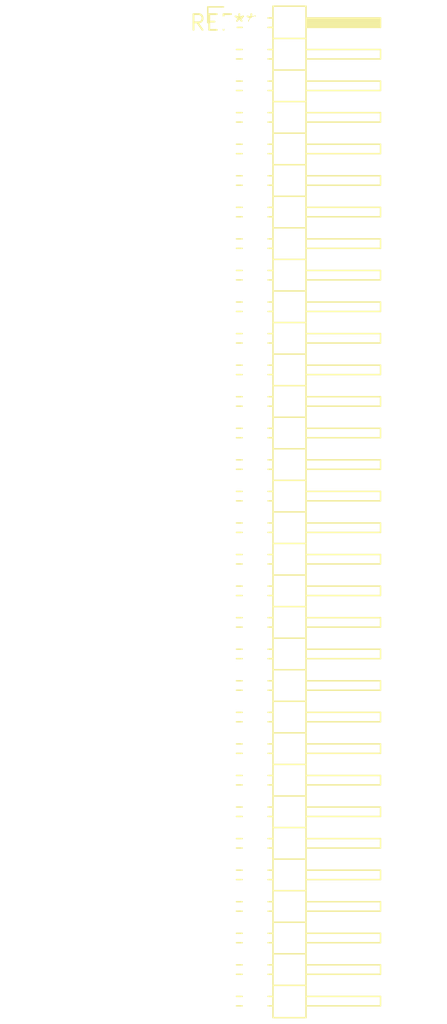
<source format=kicad_pcb>
(kicad_pcb (version 20240108) (generator pcbnew)
  (layers (0 "F.Cu" signal) (31 "B.Cu" signal) (34 "B.Paste" user) (35 "F.Paste" user) (36 "B.SilkS" user "B.Silkscreen") (37 "F.SilkS" user "F.Silkscreen") (38 "B.Mask" user) (39 "F.Mask" user) (44 "Edge.Cuts" user))
  (net 0 "")
  (footprint "PinHeader_2x32_P2.54mm_Horizontal" (layer "F.Cu") (at 0 0)
    (property "Reference" "REF**")
    (property "Value" "PinHeader_2x32_P2.54mm_Horizontal")
    (fp_line (start -1.27 -1.27) (end 0 -1.27) (layer "F.SilkS") (stroke (width 0.12)))
    (fp_line (start -1.27 0) (end -1.27 -1.27) (layer "F.SilkS") (stroke (width 0.12)))
    (fp_line (start 1.042929 2.16) (end 1.497071 2.16) (layer "F.SilkS") (stroke (width 0.12)))
    (fp_line (start 1.042929 2.92) (end 1.497071 2.92) (layer "F.SilkS") (stroke (width 0.12)))
    (fp_line (start 1.042929 4.7) (end 1.497071 4.7) (layer "F.SilkS") (stroke (width 0.12)))
    (fp_line (start 1.042929 5.46) (end 1.497071 5.46) (layer "F.SilkS") (stroke (width 0.12)))
    (fp_line (start 1.042929 7.24) (end 1.497071 7.24) (layer "F.SilkS") (stroke (width 0.12)))
    (fp_line (start 1.042929 8) (end 1.497071 8) (layer "F.SilkS") (stroke (width 0.12)))
    (fp_line (start 1.042929 9.78) (end 1.497071 9.78) (layer "F.SilkS") (stroke (width 0.12)))
    (fp_line (start 1.042929 10.54) (end 1.497071 10.54) (layer "F.SilkS") (stroke (width 0.12)))
    (fp_line (start 1.042929 12.32) (end 1.497071 12.32) (layer "F.SilkS") (stroke (width 0.12)))
    (fp_line (start 1.042929 13.08) (end 1.497071 13.08) (layer "F.SilkS") (stroke (width 0.12)))
    (fp_line (start 1.042929 14.86) (end 1.497071 14.86) (layer "F.SilkS") (stroke (width 0.12)))
    (fp_line (start 1.042929 15.62) (end 1.497071 15.62) (layer "F.SilkS") (stroke (width 0.12)))
    (fp_line (start 1.042929 17.4) (end 1.497071 17.4) (layer "F.SilkS") (stroke (width 0.12)))
    (fp_line (start 1.042929 18.16) (end 1.497071 18.16) (layer "F.SilkS") (stroke (width 0.12)))
    (fp_line (start 1.042929 19.94) (end 1.497071 19.94) (layer "F.SilkS") (stroke (width 0.12)))
    (fp_line (start 1.042929 20.7) (end 1.497071 20.7) (layer "F.SilkS") (stroke (width 0.12)))
    (fp_line (start 1.042929 22.48) (end 1.497071 22.48) (layer "F.SilkS") (stroke (width 0.12)))
    (fp_line (start 1.042929 23.24) (end 1.497071 23.24) (layer "F.SilkS") (stroke (width 0.12)))
    (fp_line (start 1.042929 25.02) (end 1.497071 25.02) (layer "F.SilkS") (stroke (width 0.12)))
    (fp_line (start 1.042929 25.78) (end 1.497071 25.78) (layer "F.SilkS") (stroke (width 0.12)))
    (fp_line (start 1.042929 27.56) (end 1.497071 27.56) (layer "F.SilkS") (stroke (width 0.12)))
    (fp_line (start 1.042929 28.32) (end 1.497071 28.32) (layer "F.SilkS") (stroke (width 0.12)))
    (fp_line (start 1.042929 30.1) (end 1.497071 30.1) (layer "F.SilkS") (stroke (width 0.12)))
    (fp_line (start 1.042929 30.86) (end 1.497071 30.86) (layer "F.SilkS") (stroke (width 0.12)))
    (fp_line (start 1.042929 32.64) (end 1.497071 32.64) (layer "F.SilkS") (stroke (width 0.12)))
    (fp_line (start 1.042929 33.4) (end 1.497071 33.4) (layer "F.SilkS") (stroke (width 0.12)))
    (fp_line (start 1.042929 35.18) (end 1.497071 35.18) (layer "F.SilkS") (stroke (width 0.12)))
    (fp_line (start 1.042929 35.94) (end 1.497071 35.94) (layer "F.SilkS") (stroke (width 0.12)))
    (fp_line (start 1.042929 37.72) (end 1.497071 37.72) (layer "F.SilkS") (stroke (width 0.12)))
    (fp_line (start 1.042929 38.48) (end 1.497071 38.48) (layer "F.SilkS") (stroke (width 0.12)))
    (fp_line (start 1.042929 40.26) (end 1.497071 40.26) (layer "F.SilkS") (stroke (width 0.12)))
    (fp_line (start 1.042929 41.02) (end 1.497071 41.02) (layer "F.SilkS") (stroke (width 0.12)))
    (fp_line (start 1.042929 42.8) (end 1.497071 42.8) (layer "F.SilkS") (stroke (width 0.12)))
    (fp_line (start 1.042929 43.56) (end 1.497071 43.56) (layer "F.SilkS") (stroke (width 0.12)))
    (fp_line (start 1.042929 45.34) (end 1.497071 45.34) (layer "F.SilkS") (stroke (width 0.12)))
    (fp_line (start 1.042929 46.1) (end 1.497071 46.1) (layer "F.SilkS") (stroke (width 0.12)))
    (fp_line (start 1.042929 47.88) (end 1.497071 47.88) (layer "F.SilkS") (stroke (width 0.12)))
    (fp_line (start 1.042929 48.64) (end 1.497071 48.64) (layer "F.SilkS") (stroke (width 0.12)))
    (fp_line (start 1.042929 50.42) (end 1.497071 50.42) (layer "F.SilkS") (stroke (width 0.12)))
    (fp_line (start 1.042929 51.18) (end 1.497071 51.18) (layer "F.SilkS") (stroke (width 0.12)))
    (fp_line (start 1.042929 52.96) (end 1.497071 52.96) (layer "F.SilkS") (stroke (width 0.12)))
    (fp_line (start 1.042929 53.72) (end 1.497071 53.72) (layer "F.SilkS") (stroke (width 0.12)))
    (fp_line (start 1.042929 55.5) (end 1.497071 55.5) (layer "F.SilkS") (stroke (width 0.12)))
    (fp_line (start 1.042929 56.26) (end 1.497071 56.26) (layer "F.SilkS") (stroke (width 0.12)))
    (fp_line (start 1.042929 58.04) (end 1.497071 58.04) (layer "F.SilkS") (stroke (width 0.12)))
    (fp_line (start 1.042929 58.8) (end 1.497071 58.8) (layer "F.SilkS") (stroke (width 0.12)))
    (fp_line (start 1.042929 60.58) (end 1.497071 60.58) (layer "F.SilkS") (stroke (width 0.12)))
    (fp_line (start 1.042929 61.34) (end 1.497071 61.34) (layer "F.SilkS") (stroke (width 0.12)))
    (fp_line (start 1.042929 63.12) (end 1.497071 63.12) (layer "F.SilkS") (stroke (width 0.12)))
    (fp_line (start 1.042929 63.88) (end 1.497071 63.88) (layer "F.SilkS") (stroke (width 0.12)))
    (fp_line (start 1.042929 65.66) (end 1.497071 65.66) (layer "F.SilkS") (stroke (width 0.12)))
    (fp_line (start 1.042929 66.42) (end 1.497071 66.42) (layer "F.SilkS") (stroke (width 0.12)))
    (fp_line (start 1.042929 68.2) (end 1.497071 68.2) (layer "F.SilkS") (stroke (width 0.12)))
    (fp_line (start 1.042929 68.96) (end 1.497071 68.96) (layer "F.SilkS") (stroke (width 0.12)))
    (fp_line (start 1.042929 70.74) (end 1.497071 70.74) (layer "F.SilkS") (stroke (width 0.12)))
    (fp_line (start 1.042929 71.5) (end 1.497071 71.5) (layer "F.SilkS") (stroke (width 0.12)))
    (fp_line (start 1.042929 73.28) (end 1.497071 73.28) (layer "F.SilkS") (stroke (width 0.12)))
    (fp_line (start 1.042929 74.04) (end 1.497071 74.04) (layer "F.SilkS") (stroke (width 0.12)))
    (fp_line (start 1.042929 75.82) (end 1.497071 75.82) (layer "F.SilkS") (stroke (width 0.12)))
    (fp_line (start 1.042929 76.58) (end 1.497071 76.58) (layer "F.SilkS") (stroke (width 0.12)))
    (fp_line (start 1.042929 78.36) (end 1.497071 78.36) (layer "F.SilkS") (stroke (width 0.12)))
    (fp_line (start 1.042929 79.12) (end 1.497071 79.12) (layer "F.SilkS") (stroke (width 0.12)))
    (fp_line (start 1.11 -0.38) (end 1.497071 -0.38) (layer "F.SilkS") (stroke (width 0.12)))
    (fp_line (start 1.11 0.38) (end 1.497071 0.38) (layer "F.SilkS") (stroke (width 0.12)))
    (fp_line (start 3.582929 -0.38) (end 3.98 -0.38) (layer "F.SilkS") (stroke (width 0.12)))
    (fp_line (start 3.582929 0.38) (end 3.98 0.38) (layer "F.SilkS") (stroke (width 0.12)))
    (fp_line (start 3.582929 2.16) (end 3.98 2.16) (layer "F.SilkS") (stroke (width 0.12)))
    (fp_line (start 3.582929 2.92) (end 3.98 2.92) (layer "F.SilkS") (stroke (width 0.12)))
    (fp_line (start 3.582929 4.7) (end 3.98 4.7) (layer "F.SilkS") (stroke (width 0.12)))
    (fp_line (start 3.582929 5.46) (end 3.98 5.46) (layer "F.SilkS") (stroke (width 0.12)))
    (fp_line (start 3.582929 7.24) (end 3.98 7.24) (layer "F.SilkS") (stroke (width 0.12)))
    (fp_line (start 3.582929 8) (end 3.98 8) (layer "F.SilkS") (stroke (width 0.12)))
    (fp_line (start 3.582929 9.78) (end 3.98 9.78) (layer "F.SilkS") (stroke (width 0.12)))
    (fp_line (start 3.582929 10.54) (end 3.98 10.54) (layer "F.SilkS") (stroke (width 0.12)))
    (fp_line (start 3.582929 12.32) (end 3.98 12.32) (layer "F.SilkS") (stroke (width 0.12)))
    (fp_line (start 3.582929 13.08) (end 3.98 13.08) (layer "F.SilkS") (stroke (width 0.12)))
    (fp_line (start 3.582929 14.86) (end 3.98 14.86) (layer "F.SilkS") (stroke (width 0.12)))
    (fp_line (start 3.582929 15.62) (end 3.98 15.62) (layer "F.SilkS") (stroke (width 0.12)))
    (fp_line (start 3.582929 17.4) (end 3.98 17.4) (layer "F.SilkS") (stroke (width 0.12)))
    (fp_line (start 3.582929 18.16) (end 3.98 18.16) (layer "F.SilkS") (stroke (width 0.12)))
    (fp_line (start 3.582929 19.94) (end 3.98 19.94) (layer "F.SilkS") (stroke (width 0.12)))
    (fp_line (start 3.582929 20.7) (end 3.98 20.7) (layer "F.SilkS") (stroke (width 0.12)))
    (fp_line (start 3.582929 22.48) (end 3.98 22.48) (layer "F.SilkS") (stroke (width 0.12)))
    (fp_line (start 3.582929 23.24) (end 3.98 23.24) (layer "F.SilkS") (stroke (width 0.12)))
    (fp_line (start 3.582929 25.02) (end 3.98 25.02) (layer "F.SilkS") (stroke (width 0.12)))
    (fp_line (start 3.582929 25.78) (end 3.98 25.78) (layer "F.SilkS") (stroke (width 0.12)))
    (fp_line (start 3.582929 27.56) (end 3.98 27.56) (layer "F.SilkS") (stroke (width 0.12)))
    (fp_line (start 3.582929 28.32) (end 3.98 28.32) (layer "F.SilkS") (stroke (width 0.12)))
    (fp_line (start 3.582929 30.1) (end 3.98 30.1) (layer "F.SilkS") (stroke (width 0.12)))
    (fp_line (start 3.582929 30.86) (end 3.98 30.86) (layer "F.SilkS") (stroke (width 0.12)))
    (fp_line (start 3.582929 32.64) (end 3.98 32.64) (layer "F.SilkS") (stroke (width 0.12)))
    (fp_line (start 3.582929 33.4) (end 3.98 33.4) (layer "F.SilkS") (stroke (width 0.12)))
    (fp_line (start 3.582929 35.18) (end 3.98 35.18) (layer "F.SilkS") (stroke (width 0.12)))
    (fp_line (start 3.582929 35.94) (end 3.98 35.94) (layer "F.SilkS") (stroke (width 0.12)))
    (fp_line (start 3.582929 37.72) (end 3.98 37.72) (layer "F.SilkS") (stroke (width 0.12)))
    (fp_line (start 3.582929 38.48) (end 3.98 38.48) (layer "F.SilkS") (stroke (width 0.12)))
    (fp_line (start 3.582929 40.26) (end 3.98 40.26) (layer "F.SilkS") (stroke (width 0.12)))
    (fp_line (start 3.582929 41.02) (end 3.98 41.02) (layer "F.SilkS") (stroke (width 0.12)))
    (fp_line (start 3.582929 42.8) (end 3.98 42.8) (layer "F.SilkS") (stroke (width 0.12)))
    (fp_line (start 3.582929 43.56) (end 3.98 43.56) (layer "F.SilkS") (stroke (width 0.12)))
    (fp_line (start 3.582929 45.34) (end 3.98 45.34) (layer "F.SilkS") (stroke (width 0.12)))
    (fp_line (start 3.582929 46.1) (end 3.98 46.1) (layer "F.SilkS") (stroke (width 0.12)))
    (fp_line (start 3.582929 47.88) (end 3.98 47.88) (layer "F.SilkS") (stroke (width 0.12)))
    (fp_line (start 3.582929 48.64) (end 3.98 48.64) (layer "F.SilkS") (stroke (width 0.12)))
    (fp_line (start 3.582929 50.42) (end 3.98 50.42) (layer "F.SilkS") (stroke (width 0.12)))
    (fp_line (start 3.582929 51.18) (end 3.98 51.18) (layer "F.SilkS") (stroke (width 0.12)))
    (fp_line (start 3.582929 52.96) (end 3.98 52.96) (layer "F.SilkS") (stroke (width 0.12)))
    (fp_line (start 3.582929 53.72) (end 3.98 53.72) (layer "F.SilkS") (stroke (width 0.12)))
    (fp_line (start 3.582929 55.5) (end 3.98 55.5) (layer "F.SilkS") (stroke (width 0.12)))
    (fp_line (start 3.582929 56.26) (end 3.98 56.26) (layer "F.SilkS") (stroke (width 0.12)))
    (fp_line (start 3.582929 58.04) (end 3.98 58.04) (layer "F.SilkS") (stroke (width 0.12)))
    (fp_line (start 3.582929 58.8) (end 3.98 58.8) (layer "F.SilkS") (stroke (width 0.12)))
    (fp_line (start 3.582929 60.58) (end 3.98 60.58) (layer "F.SilkS") (stroke (width 0.12)))
    (fp_line (start 3.582929 61.34) (end 3.98 61.34) (layer "F.SilkS") (stroke (width 0.12)))
    (fp_line (start 3.582929 63.12) (end 3.98 63.12) (layer "F.SilkS") (stroke (width 0.12)))
    (fp_line (start 3.582929 63.88) (end 3.98 63.88) (layer "F.SilkS") (stroke (width 0.12)))
    (fp_line (start 3.582929 65.66) (end 3.98 65.66) (layer "F.SilkS") (stroke (width 0.12)))
    (fp_line (start 3.582929 66.42) (end 3.98 66.42) (layer "F.SilkS") (stroke (width 0.12)))
    (fp_line (start 3.582929 68.2) (end 3.98 68.2) (layer "F.SilkS") (stroke (width 0.12)))
    (fp_line (start 3.582929 68.96) (end 3.98 68.96) (layer "F.SilkS") (stroke (width 0.12)))
    (fp_line (start 3.582929 70.74) (end 3.98 70.74) (layer "F.SilkS") (stroke (width 0.12)))
    (fp_line (start 3.582929 71.5) (end 3.98 71.5) (layer "F.SilkS") (stroke (width 0.12)))
    (fp_line (start 3.582929 73.28) (end 3.98 73.28) (layer "F.SilkS") (stroke (width 0.12)))
    (fp_line (start 3.582929 74.04) (end 3.98 74.04) (layer "F.SilkS") (stroke (width 0.12)))
    (fp_line (start 3.582929 75.82) (end 3.98 75.82) (layer "F.SilkS") (stroke (width 0.12)))
    (fp_line (start 3.582929 76.58) (end 3.98 76.58) (layer "F.SilkS") (stroke (width 0.12)))
    (fp_line (start 3.582929 78.36) (end 3.98 78.36) (layer "F.SilkS") (stroke (width 0.12)))
    (fp_line (start 3.582929 79.12) (end 3.98 79.12) (layer "F.SilkS") (stroke (width 0.12)))
    (fp_line (start 3.98 -1.33) (end 3.98 80.07) (layer "F.SilkS") (stroke (width 0.12)))
    (fp_line (start 3.98 1.27) (end 6.64 1.27) (layer "F.SilkS") (stroke (width 0.12)))
    (fp_line (start 3.98 3.81) (end 6.64 3.81) (layer "F.SilkS") (stroke (width 0.12)))
    (fp_line (start 3.98 6.35) (end 6.64 6.35) (layer "F.SilkS") (stroke (width 0.12)))
    (fp_line (start 3.98 8.89) (end 6.64 8.89) (layer "F.SilkS") (stroke (width 0.12)))
    (fp_line (start 3.98 11.43) (end 6.64 11.43) (layer "F.SilkS") (stroke (width 0.12)))
    (fp_line (start 3.98 13.97) (end 6.64 13.97) (layer "F.SilkS") (stroke (width 0.12)))
    (fp_line (start 3.98 16.51) (end 6.64 16.51) (layer "F.SilkS") (stroke (width 0.12)))
    (fp_line (start 3.98 19.05) (end 6.64 19.05) (layer "F.SilkS") (stroke (width 0.12)))
    (fp_line (start 3.98 21.59) (end 6.64 21.59) (layer "F.SilkS") (stroke (width 0.12)))
    (fp_line (start 3.98 24.13) (end 6.64 24.13) (layer "F.SilkS") (stroke (width 0.12)))
    (fp_line (start 3.98 26.67) (end 6.64 26.67) (layer "F.SilkS") (stroke (width 0.12)))
    (fp_line (start 3.98 29.21) (end 6.64 29.21) (layer "F.SilkS") (stroke (width 0.12)))
    (fp_line (start 3.98 31.75) (end 6.64 31.75) (layer "F.SilkS") (stroke (width 0.12)))
    (fp_line (start 3.98 34.29) (end 6.64 34.29) (layer "F.SilkS") (stroke (width 0.12)))
    (fp_line (start 3.98 36.83) (end 6.64 36.83) (layer "F.SilkS") (stroke (width 0.12)))
    (fp_line (start 3.98 39.37) (end 6.64 39.37) (layer "F.SilkS") (stroke (width 0.12)))
    (fp_line (start 3.98 41.91) (end 6.64 41.91) (layer "F.SilkS") (stroke (width 0.12)))
    (fp_line (start 3.98 44.45) (end 6.64 44.45) (layer "F.SilkS") (stroke (width 0.12)))
    (fp_line (start 3.98 46.99) (end 6.64 46.99) (layer "F.SilkS") (stroke (width 0.12)))
    (fp_line (start 3.98 49.53) (end 6.64 49.53) (layer "F.SilkS") (stroke (width 0.12)))
    (fp_line (start 3.98 52.07) (end 6.64 52.07) (layer "F.SilkS") (stroke (width 0.12)))
    (fp_line (start 3.98 54.61) (end 6.64 54.61) (layer "F.SilkS") (stroke (width 0.12)))
    (fp_line (start 3.98 57.15) (end 6.64 57.15) (layer "F.SilkS") (stroke (width 0.12)))
    (fp_line (start 3.98 59.69) (end 6.64 59.69) (layer "F.SilkS") (stroke (width 0.12)))
    (fp_line (start 3.98 62.23) (end 6.64 62.23) (layer "F.SilkS") (stroke (width 0.12)))
    (fp_line (start 3.98 64.77) (end 6.64 64.77) (layer "F.SilkS") (stroke (width 0.12)))
    (fp_line (start 3.98 67.31) (end 6.64 67.31) (layer "F.SilkS") (stroke (width 0.12)))
    (fp_line (start 3.98 69.85) (end 6.64 69.85) (layer "F.SilkS") (stroke (width 0.12)))
    (fp_line (start 3.98 72.39) (end 6.64 72.39) (layer "F.SilkS") (stroke (width 0.12)))
    (fp_line (start 3.98 74.93) (end 6.64 74.93) (layer "F.SilkS") (stroke (width 0.12)))
    (fp_line (start 3.98 77.47) (end 6.64 77.47) (layer "F.SilkS") (stroke (width 0.12)))
    (fp_line (start 3.98 80.07) (end 6.64 80.07) (layer "F.SilkS") (stroke (width 0.12)))
    (fp_line (start 6.64 -1.33) (end 3.98 -1.33) (layer "F.SilkS") (stroke (width 0.12)))
    (fp_line (start 6.64 -0.38) (end 12.64 -0.38) (layer "F.SilkS") (stroke (width 0.12)))
    (fp_line (start 6.64 -0.32) (end 12.64 -0.32) (layer "F.SilkS") (stroke (width 0.12)))
    (fp_line (start 6.64 -0.2) (end 12.64 -0.2) (layer "F.SilkS") (stroke (width 0.12)))
    (fp_line (start 6.64 -0.08) (end 12.64 -0.08) (layer "F.SilkS") (stroke (width 0.12)))
    (fp_line (start 6.64 0.04) (end 12.64 0.04) (layer "F.SilkS") (stroke (width 0.12)))
    (fp_line (start 6.64 0.16) (end 12.64 0.16) (layer "F.SilkS") (stroke (width 0.12)))
    (fp_line (start 6.64 0.28) (end 12.64 0.28) (layer "F.SilkS") (stroke (width 0.12)))
    (fp_line (start 6.64 2.16) (end 12.64 2.16) (layer "F.SilkS") (stroke (width 0.12)))
    (fp_line (start 6.64 4.7) (end 12.64 4.7) (layer "F.SilkS") (stroke (width 0.12)))
    (fp_line (start 6.64 7.24) (end 12.64 7.24) (layer "F.SilkS") (stroke (width 0.12)))
    (fp_line (start 6.64 9.78) (end 12.64 9.78) (layer "F.SilkS") (stroke (width 0.12)))
    (fp_line (start 6.64 12.32) (end 12.64 12.32) (layer "F.SilkS") (stroke (width 0.12)))
    (fp_line (start 6.64 14.86) (end 12.64 14.86) (layer "F.SilkS") (stroke (width 0.12)))
    (fp_line (start 6.64 17.4) (end 12.64 17.4) (layer "F.SilkS") (stroke (width 0.12)))
    (fp_line (start 6.64 19.94) (end 12.64 19.94) (layer "F.SilkS") (stroke (width 0.12)))
    (fp_line (start 6.64 22.48) (end 12.64 22.48) (layer "F.SilkS") (stroke (width 0.12)))
    (fp_line (start 6.64 25.02) (end 12.64 25.02) (layer "F.SilkS") (stroke (width 0.12)))
    (fp_line (start 6.64 27.56) (end 12.64 27.56) (layer "F.SilkS") (stroke (width 0.12)))
    (fp_line (start 6.64 30.1) (end 12.64 30.1) (layer "F.SilkS") (stroke (width 0.12)))
    (fp_line (start 6.64 32.64) (end 12.64 32.64) (layer "F.SilkS") (stroke (width 0.12)))
    (fp_line (start 6.64 35.18) (end 12.64 35.18) (layer "F.SilkS") (stroke (width 0.12)))
    (fp_line (start 6.64 37.72) (end 12.64 37.72) (layer "F.SilkS") (stroke (width 0.12)))
    (fp_line (start 6.64 40.26) (end 12.64 40.26) (layer "F.SilkS") (stroke (width 0.12)))
    (fp_line (start 6.64 42.8) (end 12.64 42.8) (layer "F.SilkS") (stroke (width 0.12)))
    (fp_line (start 6.64 45.34) (end 12.64 45.34) (layer "F.SilkS") (stroke (width 0.12)))
    (fp_line (start 6.64 47.88) (end 12.64 47.88) (layer "F.SilkS") (stroke (width 0.12)))
    (fp_line (start 6.64 50.42) (end 12.64 50.42) (layer "F.SilkS") (stroke (width 0.12)))
    (fp_line (start 6.64 52.96) (end 12.64 52.96) (layer "F.SilkS") (stroke (width 0.12)))
    (fp_line (start 6.64 55.5) (end 12.64 55.5) (layer "F.SilkS") (stroke (width 0.12)))
    (fp_line (start 6.64 58.04) (end 12.64 58.04) (layer "F.SilkS") (stroke (width 0.12)))
    (fp_line (start 6.64 60.58) (end 12.64 60.58) (layer "F.SilkS") (stroke (width 0.12)))
    (fp_line (start 6.64 63.12) (end 12.64 63.12) (layer "F.SilkS") (stroke (width 0.12)))
    (fp_line (start 6.64 65.66) (end 12.64 65.66) (layer "F.SilkS") (stroke (width 0.12)))
    (fp_line (start 6.64 68.2) (end 12.64 68.2) (layer "F.SilkS") (stroke (width 0.12)))
    (fp_line (start 6.64 70.74) (end 12.64 70.74) (layer "F.SilkS") (stroke (width 0.12)))
    (fp_line (start 6.64 73.28) (end 12.64 73.28) (layer "F.SilkS") (stroke (width 0.12)))
    (fp_line (start 6.64 75.82) (end 12.64 75.82) (layer "F.SilkS") (stroke (width 0.12)))
    (fp_line (start 6.64 78.36) (end 12.64 78.36) (layer "F.SilkS") (stroke (width 0.12)))
    (fp_line (start 6.64 80.07) (end 6.64 -1.33) (layer "F.SilkS") (stroke (width 0.12)))
    (fp_line (start 12.64 -0.38) (end 12.64 0.38) (layer "F.SilkS") (stroke (width 0.12)))
    (fp_line (start 12.64 0.38) (end 6.64 0.38) (layer "F.SilkS") (stroke (width 0.12)))
    (fp_line (start 12.64 2.16) (end 12.64 2.92) (layer "F.SilkS") (stroke (width 0.12)))
    (fp_line (start 12.64 2.92) (end 6.64 2.92) (layer "F.SilkS") (stroke (width 0.12)))
    (fp_line (start 12.64 4.7) (end 12.64 5.46) (layer "F.SilkS") (stroke (width 0.12)))
    (fp_line (start 12.64 5.46) (end 6.64 5.46) (layer "F.SilkS") (stroke (width 0.12)))
    (fp_line (start 12.64 7.24) (end 12.64 8) (layer "F.SilkS") (stroke (width 0.12)))
    (fp_line (start 12.64 8) (end 6.64 8) (layer "F.SilkS") (stroke (width 0.12)))
    (fp_line (start 12.64 9.78) (end 12.64 10.54) (layer "F.SilkS") (stroke (width 0.12)))
    (fp_line (start 12.64 10.54) (end 6.64 10.54) (layer "F.SilkS") (stroke (width 0.12)))
    (fp_line (start 12.64 12.32) (end 12.64 13.08) (layer "F.SilkS") (stroke (width 0.12)))
    (fp_line (start 12.64 13.08) (end 6.64 13.08) (layer "F.SilkS") (stroke (width 0.12)))
    (fp_line (start 12.64 14.86) (end 12.64 15.62) (layer "F.SilkS") (stroke (width 0.12)))
    (fp_line (start 12.64 15.62) (end 6.64 15.62) (layer "F.SilkS") (stroke (width 0.12)))
    (fp_line (start 12.64 17.4) (end 12.64 18.16) (layer "F.SilkS") (stroke (width 0.12)))
    (fp_line (start 12.64 18.16) (end 6.64 18.16) (layer "F.SilkS") (stroke (width 0.12)))
    (fp_line (start 12.64 19.94) (end 12.64 20.7) (layer "F.SilkS") (stroke (width 0.12)))
    (fp_line (start 12.64 20.7) (end 6.64 20.7) (layer "F.SilkS") (stroke (width 0.12)))
    (fp_line (start 12.64 22.48) (end 12.64 23.24) (layer "F.SilkS") (stroke (width 0.12)))
    (fp_line (start 12.64 23.24) (end 6.64 23.24) (layer "F.SilkS") (stroke (width 0.12)))
    (fp_line (start 12.64 25.02) (end 12.64 25.78) (layer "F.SilkS") (stroke (width 0.12)))
    (fp_line (start 12.64 25.78) (end 6.64 25.78) (layer "F.SilkS") (stroke (width 0.12)))
    (fp_line (start 12.64 27.56) (end 12.64 28.32) (layer "F.SilkS") (stroke (width 0.12)))
    (fp_line (start 12.64 28.32) (end 6.64 28.32) (layer "F.SilkS") (stroke (width 0.12)))
    (fp_line (start 12.64 30.1) (end 12.64 30.86) (layer "F.SilkS") (stroke (width 0.12)))
    (fp_line (start 12.64 30.86) (end 6.64 30.86) (layer "F.SilkS") (stroke (width 0.12)))
    (fp_line (start 12.64 32.64) (end 12.64 33.4) (layer "F.SilkS") (stroke (width 0.12)))
    (fp_line (start 12.64 33.4) (end 6.64 33.4) (layer "F.SilkS") (stroke (width 0.12)))
    (fp_line (start 12.64 35.18) (end 12.64 35.94) (layer "F.SilkS") (stroke (width 0.12)))
    (fp_line (start 12.64 35.94) (end 6.64 35.94) (layer "F.SilkS") (stroke (width 0.12)))
    (fp_line (start 12.64 37.72) (end 12.64 38.48) (layer "F.SilkS") (stroke (width 0.12)))
    (fp_line (start 12.64 38.48) (end 6.64 38.48) (layer "F.SilkS") (stroke (width 0.12)))
    (fp_line (start 12.64 40.26) (end 12.64 41.02) (layer "F.SilkS") (stroke (width 0.12)))
    (fp_line (start 12.64 41.02) (end 6.64 41.02) (layer "F.SilkS") (stroke (width 0.12)))
    (fp_line (start 12.64 42.8) (end 12.64 43.56) (layer "F.SilkS") (stroke (width 0.12)))
    (fp_line (start 12.64 43.56) (end 6.64 43.56) (layer "F.SilkS") (stroke (width 0.12)))
    (fp_line (start 12.64 45.34) (end 12.64 46.1) (layer "F.SilkS") (stroke (width 0.12)))
    (fp_line (start 12.64 46.1) (end 6.64 46.1) (layer "F.SilkS") (stroke (width 0.12)))
    (fp_line (start 12.64 47.88) (end 12.64 48.64) (layer "F.SilkS") (stroke (width 0.12)))
    (fp_line (start 12.64 48.64) (end 6.64 48.64) (layer "F.SilkS") (stroke (width 0.12)))
    (fp_line (start 12.64 50.42) (end 12.64 51.18) (layer "F.SilkS") (stroke (width 0.12)))
    (fp_line (start 12.64 51.18) (end 6.64 51.18) (layer "F.SilkS") (stroke (width 0.12)))
    (fp_line (start 12.64 52.96) (end 12.64 53.72) (layer "F.SilkS") (stroke (width 0.12)))
    (fp_line (start 12.64 53.72) (end 6.64 53.72) (layer "F.SilkS") (stroke (width 0.12)))
    (fp_line (start 12.64 55.5) (end 12.64 56.26) (layer "F.SilkS") (stroke (width 0.12)))
    (fp_line (start 12.64 56.26) (end 6.64 56.26) (layer "F.SilkS") (stroke (width 0.12)))
    (fp_line (start 12.64 58.04) (end 12.64 58.8) (layer "F.SilkS") (stroke (width 0.12)))
    (fp_line (start 12.64 58.8) (end 6.64 58.8) (layer "F.SilkS") (stroke (width 0.12)))
    (fp_line (start 12.64 60.58) (end 12.64 61.34) (layer "F.SilkS") (stroke (width 0.12)))
    (fp_line (start 12.64 61.34) (end 6.64 61.34) (layer "F.SilkS") (stroke (width 0.12)))
    (fp_line (start 12.64 63.12) (end 12.64 63.88) (layer "F.SilkS") (stroke (width 0.12)))
    (fp_line (start 12.64 63.88) (end 6.64 63.88) (layer "F.SilkS") (stroke (width 0.12)))
    (fp_line (start 12.64 65.66) (end 12.64 66.42) (layer "F.SilkS") (stroke (width 0.12)))
    (fp_line (start 12.64 66.42) (end 6.64 66.42) (layer "F.SilkS") (stroke (width 0.12)))
    (fp_line (start 12.64 68.2) (end 12.64 68.96) (layer "F.SilkS") (stroke (width 0.12)))
    (fp_line (start 12.64 68.96) (end 6.64 68.96) (layer "F.SilkS") (stroke (width 0.12)))
    (fp_line (start 12.64 70.74) (end 12.64 71.5) (layer "F.SilkS") (stroke (width 0.12)))
    (fp_line (start 12.64 71.5) (end 6.64 71.5) (layer "F.SilkS") (stroke (width 0.12)))
    (fp_line (start 12.64 73.28) (end 12.64 74.04) (layer "F.SilkS") (stroke (width 0.12)))
    (fp_line (start 12.64 74.04) (end 6.64 74.04) (layer "F.SilkS") (stroke (width 0.12)))
    (fp_line (start 12.64 75.82) (end 12.64 76.58) (layer "F.SilkS") (stroke (width 0.12)))
    (fp_line (start 12.64 76.58) (end 6.64 76.58) (layer "F.SilkS") (stroke (width 0.12)))
    (fp_line (start 12.64 78.36) (end 12.64 79.12) (layer "F.SilkS") (stroke (width 0.12)))
    (fp_line (start 12.64 79.12) (end 6.64 79.12) (layer "F.SilkS") (stroke (width 0.12)))
    (pad "1" thru_hole rect (at 0 0) (size 1.7 1.7) (drill 1) (layers *.Cu *.Mask) (remove_unused_layers))
    (pad "2" thru_hole oval (at 2.54 0) (size 1.7 1.7) (drill 1) (layers *.Cu *.Mask) (remove_unused_layers))
    (pad "3" thru_hole oval (at 0 2.54) (size 1.7 1.7) (drill 1) (layers *.Cu *.Mask) (remove_unused_layers))
    (pad "4" thru_hole oval (at 2.54 2.54) (size 1.7 1.7) (drill 1) (layers *.Cu *.Mask) (remove_unused_layers))
    (pad "5" thru_hole oval (at 0 5.08) (size 1.7 1.7) (drill 1) (layers *.Cu *.Mask) (remove_unused_layers))
    (pad "6" thru_hole oval (at 2.54 5.08) (size 1.7 1.7) (drill 1) (layers *.Cu *.Mask) (remove_unused_layers))
    (pad "7" thru_hole oval (at 0 7.62) (size 1.7 1.7) (drill 1) (layers *.Cu *.Mask) (remove_unused_layers))
    (pad "8" thru_hole oval (at 2.54 7.62) (size 1.7 1.7) (drill 1) (layers *.Cu *.Mask) (remove_unused_layers))
    (pad "9" thru_hole oval (at 0 10.16) (size 1.7 1.7) (drill 1) (layers *.Cu *.Mask) (remove_unused_layers))
    (pad "10" thru_hole oval (at 2.54 10.16) (size 1.7 1.7) (drill 1) (layers *.Cu *.Mask) (remove_unused_layers))
    (pad "11" thru_hole oval (at 0 12.7) (size 1.7 1.7) (drill 1) (layers *.Cu *.Mask) (remove_unused_layers))
    (pad "12" thru_hole oval (at 2.54 12.7) (size 1.7 1.7) (drill 1) (layers *.Cu *.Mask) (remove_unused_layers))
    (pad "13" thru_hole oval (at 0 15.24) (size 1.7 1.7) (drill 1) (layers *.Cu *.Mask) (remove_unused_layers))
    (pad "14" thru_hole oval (at 2.54 15.24) (size 1.7 1.7) (drill 1) (layers *.Cu *.Mask) (remove_unused_layers))
    (pad "15" thru_hole oval (at 0 17.78) (size 1.7 1.7) (drill 1) (layers *.Cu *.Mask) (remove_unused_layers))
    (pad "16" thru_hole oval (at 2.54 17.78) (size 1.7 1.7) (drill 1) (layers *.Cu *.Mask) (remove_unused_layers))
    (pad "17" thru_hole oval (at 0 20.32) (size 1.7 1.7) (drill 1) (layers *.Cu *.Mask) (remove_unused_layers))
    (pad "18" thru_hole oval (at 2.54 20.32) (size 1.7 1.7) (drill 1) (layers *.Cu *.Mask) (remove_unused_layers))
    (pad "19" thru_hole oval (at 0 22.86) (size 1.7 1.7) (drill 1) (layers *.Cu *.Mask) (remove_unused_layers))
    (pad "20" thru_hole oval (at 2.54 22.86) (size 1.7 1.7) (drill 1) (layers *.Cu *.Mask) (remove_unused_layers))
    (pad "21" thru_hole oval (at 0 25.4) (size 1.7 1.7) (drill 1) (layers *.Cu *.Mask) (remove_unused_layers))
    (pad "22" thru_hole oval (at 2.54 25.4) (size 1.7 1.7) (drill 1) (layers *.Cu *.Mask) (remove_unused_layers))
    (pad "23" thru_hole oval (at 0 27.94) (size 1.7 1.7) (drill 1) (layers *.Cu *.Mask) (remove_unused_layers))
    (pad "24" thru_hole oval (at 2.54 27.94) (size 1.7 1.7) (drill 1) (layers *.Cu *.Mask) (remove_unused_layers))
    (pad "25" thru_hole oval (at 0 30.48) (size 1.7 1.7) (drill 1) (layers *.Cu *.Mask) (remove_unused_layers))
    (pad "26" thru_hole oval (at 2.54 30.48) (size 1.7 1.7) (drill 1) (layers *.Cu *.Mask) (remove_unused_layers))
    (pad "27" thru_hole oval (at 0 33.02) (size 1.7 1.7) (drill 1) (layers *.Cu *.Mask) (remove_unused_layers))
    (pad "28" thru_hole oval (at 2.54 33.02) (size 1.7 1.7) (drill 1) (layers *.Cu *.Mask) (remove_unused_layers))
    (pad "29" thru_hole oval (at 0 35.56) (size 1.7 1.7) (drill 1) (layers *.Cu *.Mask) (remove_unused_layers))
    (pad "30" thru_hole oval (at 2.54 35.56) (size 1.7 1.7) (drill 1) (layers *.Cu *.Mask) (remove_unused_layers))
    (pad "31" thru_hole oval (at 0 38.1) (size 1.7 1.7) (drill 1) (layers *.Cu *.Mask) (remove_unused_layers))
    (pad "32" thru_hole oval (at 2.54 38.1) (size 1.7 1.7) (drill 1) (layers *.Cu *.Mask) (remove_unused_layers))
    (pad "33" thru_hole oval (at 0 40.64) (size 1.7 1.7) (drill 1) (layers *.Cu *.Mask) (remove_unused_layers))
    (pad "34" thru_hole oval (at 2.54 40.64) (size 1.7 1.7) (drill 1) (layers *.Cu *.Mask) (remove_unused_layers))
    (pad "35" thru_hole oval (at 0 43.18) (size 1.7 1.7) (drill 1) (layers *.Cu *.Mask) (remove_unused_layers))
    (pad "36" thru_hole oval (at 2.54 43.18) (size 1.7 1.7) (drill 1) (layers *.Cu *.Mask) (remove_unused_layers))
    (pad "37" thru_hole oval (at 0 45.72) (size 1.7 1.7) (drill 1) (layers *.Cu *.Mask) (remove_unused_layers))
    (pad "38" thru_hole oval (at 2.54 45.72) (size 1.7 1.7) (drill 1) (layers *.Cu *.Mask) (remove_unused_layers))
    (pad "39" thru_hole oval (at 0 48.26) (size 1.7 1.7) (drill 1) (layers *.Cu *.Mask) (remove_unused_layers))
    (pad "40" thru_hole oval (at 2.54 48.26) (size 1.7 1.7) (drill 1) (layers *.Cu *.Mask) (remove_unused_layers))
    (pad "41" thru_hole oval (at 0 50.8) (size 1.7 1.7) (drill 1) (layers *.Cu *.Mask) (remove_unused_layers))
    (pad "42" thru_hole oval (at 2.54 50.8) (size 1.7 1.7) (drill 1) (layers *.Cu *.Mask) (remove_unused_layers))
    (pad "43" thru_hole oval (at 0 53.34) (size 1.7 1.7) (drill 1) (layers *.Cu *.Mask) (remove_unused_layers))
    (pad "44" thru_hole oval (at 2.54 53.34) (size 1.7 1.7) (drill 1) (layers *.Cu *.Mask) (remove_unused_layers))
    (pad "45" thru_hole oval (at 0 55.88) (size 1.7 1.7) (drill 1) (layers *.Cu *.Mask) (remove_unused_layers))
    (pad "46" thru_hole oval (at 2.54 55.88) (size 1.7 1.7) (drill 1) (layers *.Cu *.Mask) (remove_unused_layers))
    (pad "47" thru_hole oval (at 0 58.42) (size 1.7 1.7) (drill 1) (layers *.Cu *.Mask) (remove_unused_layers))
    (pad "48" thru_hole oval (at 2.54 58.42) (size 1.7 1.7) (drill 1) (layers *.Cu *.Mask) (remove_unused_layers))
    (pad "49" thru_hole oval (at 0 60.96) (size 1.7 1.7) (drill 1) (layers *.Cu *.Mask) (remove_unused_layers))
    (pad "50" thru_hole oval (at 2.54 60.96) (size 1.7 1.7) (drill 1) (layers *.Cu *.Mask) (remove_unused_layers))
    (pad "51" thru_hole oval (at 0 63.5) (size 1.7 1.7) (drill 1) (layers *.Cu *.Mask) (remove_unused_layers))
    (pad "52" thru_hole oval (at 2.54 63.5) (size 1.7 1.7) (drill 1) (layers *.Cu *.Mask) (remove_unused_layers))
    (pad "53" thru_hole oval (at 0 66.04) (size 1.7 1.7) (drill 1) (layers *.Cu *.Mask) (remove_unused_layers))
    (pad "54" thru_hole oval (at 2.54 66.04) (size 1.7 1.7) (drill 1) (layers *.Cu *.Mask) (remove_unused_layers))
    (pad "55" thru_hole oval (at 0 68.58) (size 1.7 1.7) (drill 1) (layers *.Cu *.Mask) (remove_unused_layers))
    (pad "56" thru_hole oval (at 2.54 68.58) (size 1.7 1.7) (drill 1) (layers *.Cu *.Mask) (remove_unused_layers))
    (pad "57" thru_hole oval (at 0 71.12) (size 1.7 1.7) (drill 1) (layers *.Cu *.Mask) (remove_unused_layers))
    (pad "58" thru_hole oval (at 2.54 71.12) (size 1.7 1.7) (drill 1) (layers *.Cu *.Mask) (remove_unused_layers))
    (pad "59" thru_hole oval (at 0 73.66) (size 1.7 1.7) (drill 1) (layers *.Cu *.Mask) (remove_unused_layers))
    (pad "60" thru_hole oval (at 2.54 73.66) (size 1.7 1.7) (drill 1) (layers *.Cu *.Mask) (remove_unused_layers))
    (pad "61" thru_hole oval (at 0 76.2) (size 1.7 1.7) (drill 1) (layers *.Cu *.Mask) (remove_unused_layers))
    (pad "62" thru_hole oval (at 2.54 76.2) (size 1.7 1.7) (drill 1) (layers *.Cu *.Mask) (remove_unused_layers))
    (pad "63" thru_hole oval (at 0 78.74) (size 1.7 1.7) (drill 1) (layers *.Cu *.Mask) (remove_unused_layers))
    (pad "64" thru_hole oval (at 2.54 78.74) (size 1.7 1.7) (drill 1) (layers *.Cu *.Mask) (remove_unused_layers))
  )
)
</source>
